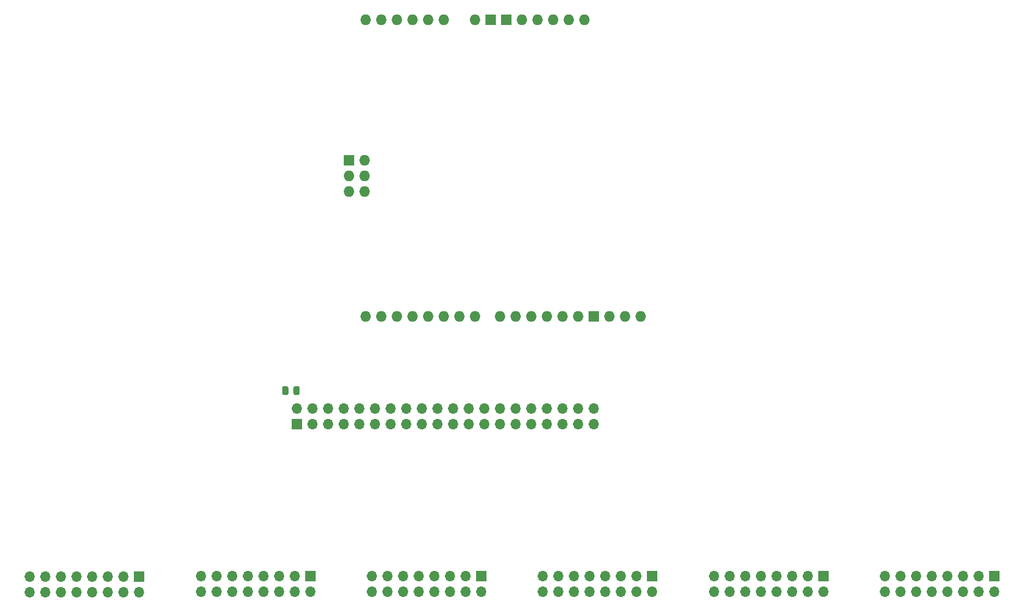
<source format=gts>
G04 #@! TF.GenerationSoftware,KiCad,Pcbnew,(6.0.6)*
G04 #@! TF.CreationDate,2023-08-29T14:41:19+02:00*
G04 #@! TF.ProjectId,pynq-rpi-ph-adapter,70796e71-2d72-4706-992d-70682d616461,rev?*
G04 #@! TF.SameCoordinates,Original*
G04 #@! TF.FileFunction,Soldermask,Top*
G04 #@! TF.FilePolarity,Negative*
%FSLAX46Y46*%
G04 Gerber Fmt 4.6, Leading zero omitted, Abs format (unit mm)*
G04 Created by KiCad (PCBNEW (6.0.6)) date 2023-08-29 14:41:19*
%MOMM*%
%LPD*%
G01*
G04 APERTURE LIST*
%ADD10R,1.700000X1.700000*%
%ADD11O,1.700000X1.700000*%
%ADD12O,1.727200X1.727200*%
%ADD13R,1.727200X1.727200*%
G04 APERTURE END LIST*
D10*
X92715000Y-112210000D03*
D11*
X92715000Y-114750000D03*
X90175000Y-112210000D03*
X90175000Y-114750000D03*
X87635000Y-112210000D03*
X87635000Y-114750000D03*
X85095000Y-112210000D03*
X85095000Y-114750000D03*
X82555000Y-112210000D03*
X82555000Y-114750000D03*
X80015000Y-112210000D03*
X80015000Y-114750000D03*
X77475000Y-112210000D03*
X77475000Y-114750000D03*
X74935000Y-112210000D03*
X74935000Y-114750000D03*
D10*
X64915000Y-112210000D03*
D11*
X64915000Y-114750000D03*
X62375000Y-112210000D03*
X62375000Y-114750000D03*
X59835000Y-112210000D03*
X59835000Y-114750000D03*
X57295000Y-112210000D03*
X57295000Y-114750000D03*
X54755000Y-112210000D03*
X54755000Y-114750000D03*
X52215000Y-112210000D03*
X52215000Y-114750000D03*
X49675000Y-112210000D03*
X49675000Y-114750000D03*
X47135000Y-112210000D03*
X47135000Y-114750000D03*
D12*
X109448600Y-21691600D03*
X101828600Y-21691600D03*
X99288600Y-21691600D03*
X71221600Y-49631600D03*
X86588600Y-21691600D03*
X84048600Y-21691600D03*
X81508600Y-21691600D03*
X78968600Y-21691600D03*
X76428600Y-21691600D03*
X73888600Y-21691600D03*
X113512600Y-69951600D03*
X73888600Y-69951600D03*
X76428600Y-69951600D03*
X78968600Y-69951600D03*
X81508600Y-69951600D03*
X84048600Y-69951600D03*
X86588600Y-69951600D03*
X89128600Y-69951600D03*
X91668600Y-69951600D03*
X95732600Y-69951600D03*
X98272600Y-69951600D03*
X100812600Y-69951600D03*
X103352600Y-69951600D03*
X105892600Y-69951600D03*
X108432600Y-69951600D03*
D13*
X110972600Y-69951600D03*
X96748600Y-21691600D03*
X94208600Y-21691600D03*
X71221600Y-44551600D03*
D12*
X106908600Y-21691600D03*
X73761600Y-49631600D03*
X71221600Y-47091600D03*
X104368600Y-21691600D03*
X73761600Y-44551600D03*
X73761600Y-47091600D03*
X118592600Y-69951600D03*
X116052600Y-69951600D03*
X91668600Y-21691600D03*
D10*
X37085000Y-112260000D03*
D11*
X37085000Y-114800000D03*
X34545000Y-112260000D03*
X34545000Y-114800000D03*
X32005000Y-112260000D03*
X32005000Y-114800000D03*
X29465000Y-112260000D03*
X29465000Y-114800000D03*
X26925000Y-112260000D03*
X26925000Y-114800000D03*
X24385000Y-112260000D03*
X24385000Y-114800000D03*
X21845000Y-112260000D03*
X21845000Y-114800000D03*
X19305000Y-112260000D03*
X19305000Y-114800000D03*
D10*
X176115000Y-112210000D03*
D11*
X176115000Y-114750000D03*
X173575000Y-112210000D03*
X173575000Y-114750000D03*
X171035000Y-112210000D03*
X171035000Y-114750000D03*
X168495000Y-112210000D03*
X168495000Y-114750000D03*
X165955000Y-112210000D03*
X165955000Y-114750000D03*
X163415000Y-112210000D03*
X163415000Y-114750000D03*
X160875000Y-112210000D03*
X160875000Y-114750000D03*
X158335000Y-112210000D03*
X158335000Y-114750000D03*
G36*
G01*
X63205000Y-81550000D02*
X63205000Y-82450000D01*
G75*
G02*
X62955000Y-82700000I-250000J0D01*
G01*
X62430000Y-82700000D01*
G75*
G02*
X62180000Y-82450000I0J250000D01*
G01*
X62180000Y-81550000D01*
G75*
G02*
X62430000Y-81300000I250000J0D01*
G01*
X62955000Y-81300000D01*
G75*
G02*
X63205000Y-81550000I0J-250000D01*
G01*
G37*
G36*
G01*
X61380000Y-81550000D02*
X61380000Y-82450000D01*
G75*
G02*
X61130000Y-82700000I-250000J0D01*
G01*
X60605000Y-82700000D01*
G75*
G02*
X60355000Y-82450000I0J250000D01*
G01*
X60355000Y-81550000D01*
G75*
G02*
X60605000Y-81300000I250000J0D01*
G01*
X61130000Y-81300000D01*
G75*
G02*
X61380000Y-81550000I0J-250000D01*
G01*
G37*
D10*
X148315000Y-112210000D03*
D11*
X148315000Y-114750000D03*
X145775000Y-112210000D03*
X145775000Y-114750000D03*
X143235000Y-112210000D03*
X143235000Y-114750000D03*
X140695000Y-112210000D03*
X140695000Y-114750000D03*
X138155000Y-112210000D03*
X138155000Y-114750000D03*
X135615000Y-112210000D03*
X135615000Y-114750000D03*
X133075000Y-112210000D03*
X133075000Y-114750000D03*
X130535000Y-112210000D03*
X130535000Y-114750000D03*
D10*
X120515000Y-112210000D03*
D11*
X120515000Y-114750000D03*
X117975000Y-112210000D03*
X117975000Y-114750000D03*
X115435000Y-112210000D03*
X115435000Y-114750000D03*
X112895000Y-112210000D03*
X112895000Y-114750000D03*
X110355000Y-112210000D03*
X110355000Y-114750000D03*
X107815000Y-112210000D03*
X107815000Y-114750000D03*
X105275000Y-112210000D03*
X105275000Y-114750000D03*
X102735000Y-112210000D03*
X102735000Y-114750000D03*
D10*
X62710000Y-87490000D03*
D11*
X62710000Y-84950000D03*
X65250000Y-87490000D03*
X65250000Y-84950000D03*
X67790000Y-87490000D03*
X67790000Y-84950000D03*
X70330000Y-87490000D03*
X70330000Y-84950000D03*
X72870000Y-87490000D03*
X72870000Y-84950000D03*
X75410000Y-87490000D03*
X75410000Y-84950000D03*
X77950000Y-87490000D03*
X77950000Y-84950000D03*
X80490000Y-87490000D03*
X80490000Y-84950000D03*
X83030000Y-87490000D03*
X83030000Y-84950000D03*
X85570000Y-87490000D03*
X85570000Y-84950000D03*
X88110000Y-87490000D03*
X88110000Y-84950000D03*
X90650000Y-87490000D03*
X90650000Y-84950000D03*
X93190000Y-87490000D03*
X93190000Y-84950000D03*
X95730000Y-87490000D03*
X95730000Y-84950000D03*
X98270000Y-87490000D03*
X98270000Y-84950000D03*
X100810000Y-87490000D03*
X100810000Y-84950000D03*
X103350000Y-87490000D03*
X103350000Y-84950000D03*
X105890000Y-87490000D03*
X105890000Y-84950000D03*
X108430000Y-87490000D03*
X108430000Y-84950000D03*
X110970000Y-87490000D03*
X110970000Y-84950000D03*
M02*

</source>
